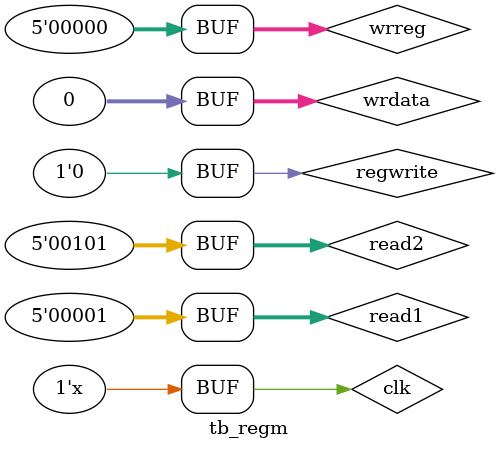
<source format=v>
`timescale 1ns / 1ps


module tb_regm;

    // Inputs
    reg clk;
    reg [4:0] read1;
    reg [4:0] read2;
    reg regwrite;
    reg [4:0] wrreg;
    reg [31:0] wrdata;

    // Outputs
    wire [31:0] data1;
    wire [31:0] data2;

    // Instantiate the Unit Under Test (UUT)
    regm uut (
        .clk(clk), 
        .read1(read1), 
        .read2(read2), 
        .data1(data1), 
        .data2(data2), 
        .regwrite(regwrite), 
        .wrreg(wrreg), 
        .wrdata(wrdata)
    );
    
    always begin
        clk = ~clk;
        #5;
    end

    initial begin
        // Initialize Inputs
        clk = 0;
        read1 = 0;
        read2 = 0;
        regwrite = 0;
        wrreg = 0;
        wrdata = 0;

        // Wait 100 ns for global reset to finish
        #100;
        
        #10;
        read1 = 0;
        read2 = 0;
        regwrite = 1;
        wrreg = 1;
        wrdata = 32;
        
        #10;
        read1 = 0;
        read2 = 0;
        regwrite = 1;
        wrreg = 5;
        wrdata = 64;
        
        #10;
        read1 = 1;
        read2 = 5;
        regwrite = 0;
        wrreg = 0;
        wrdata = 0;

    end
      
endmodule


</source>
